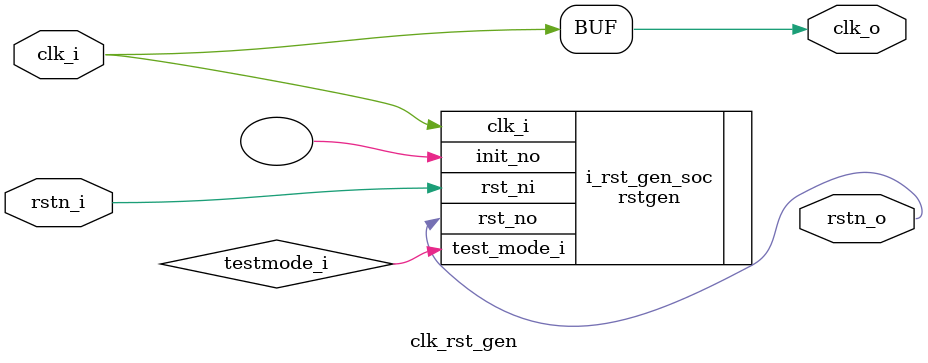
<source format=sv>


module clk_rst_gen
(
    input  logic                            clk_i,
    input  logic                            rstn_i,

    output logic                            clk_o,
    output logic                            rstn_o
);

  //----------------------------------------------------------------------------//
  // Reset synchronizer
  //----------------------------------------------------------------------------//
  rstgen i_rst_gen_soc
  (
      // PAD FRAME SIGNALS
      .clk_i               ( clk_i         ),
      .rst_ni              ( rstn_i          ),

      // TEST MODE
      .test_mode_i         ( testmode_i      ),

      // OUTPUT RESET
      .rst_no              ( rstn_o          ),
      .init_no             (                 )
  );


  assign clk_o = clk_i;

endmodule

</source>
